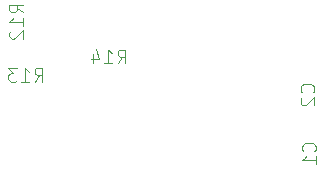
<source format=gbr>
%TF.GenerationSoftware,KiCad,Pcbnew,(6.0.7)*%
%TF.CreationDate,2022-08-30T17:29:13+02:00*%
%TF.ProjectId,bmp_entropia,626d705f-656e-4747-926f-7069612e6b69,rev?*%
%TF.SameCoordinates,Original*%
%TF.FileFunction,Legend,Bot*%
%TF.FilePolarity,Positive*%
%FSLAX46Y46*%
G04 Gerber Fmt 4.6, Leading zero omitted, Abs format (unit mm)*
G04 Created by KiCad (PCBNEW (6.0.7)) date 2022-08-30 17:29:13*
%MOMM*%
%LPD*%
G01*
G04 APERTURE LIST*
%ADD10C,0.101600*%
G04 APERTURE END LIST*
D10*
%TO.C,R13*%
X141863112Y-107294361D02*
X142252579Y-106737980D01*
X142530769Y-107294361D02*
X142530769Y-106125961D01*
X142085664Y-106125961D01*
X141974388Y-106181600D01*
X141918750Y-106237238D01*
X141863112Y-106348514D01*
X141863112Y-106515428D01*
X141918750Y-106626704D01*
X141974388Y-106682342D01*
X142085664Y-106737980D01*
X142530769Y-106737980D01*
X140750350Y-107294361D02*
X141418007Y-107294361D01*
X141084179Y-107294361D02*
X141084179Y-106125961D01*
X141195455Y-106292876D01*
X141306731Y-106404152D01*
X141418007Y-106459790D01*
X140360883Y-106125961D02*
X139637588Y-106125961D01*
X140027055Y-106571066D01*
X139860140Y-106571066D01*
X139748864Y-106626704D01*
X139693226Y-106682342D01*
X139637588Y-106793619D01*
X139637588Y-107071809D01*
X139693226Y-107183085D01*
X139748864Y-107238723D01*
X139860140Y-107294361D01*
X140193969Y-107294361D01*
X140305245Y-107238723D01*
X140360883Y-107183085D01*
%TO.C,C2*%
X165433085Y-108186887D02*
X165488723Y-108131249D01*
X165544361Y-107964335D01*
X165544361Y-107853059D01*
X165488723Y-107686144D01*
X165377447Y-107574868D01*
X165266171Y-107519230D01*
X165043619Y-107463592D01*
X164876704Y-107463592D01*
X164654152Y-107519230D01*
X164542876Y-107574868D01*
X164431600Y-107686144D01*
X164375961Y-107853059D01*
X164375961Y-107964335D01*
X164431600Y-108131249D01*
X164487238Y-108186887D01*
X164487238Y-108631992D02*
X164431600Y-108687630D01*
X164375961Y-108798906D01*
X164375961Y-109077097D01*
X164431600Y-109188373D01*
X164487238Y-109244011D01*
X164598514Y-109299649D01*
X164709790Y-109299649D01*
X164876704Y-109244011D01*
X165544361Y-108576354D01*
X165544361Y-109299649D01*
%TO.C,C1*%
X165558085Y-113186887D02*
X165613723Y-113131249D01*
X165669361Y-112964335D01*
X165669361Y-112853059D01*
X165613723Y-112686144D01*
X165502447Y-112574868D01*
X165391171Y-112519230D01*
X165168619Y-112463592D01*
X165001704Y-112463592D01*
X164779152Y-112519230D01*
X164667876Y-112574868D01*
X164556600Y-112686144D01*
X164500961Y-112853059D01*
X164500961Y-112964335D01*
X164556600Y-113131249D01*
X164612238Y-113186887D01*
X165669361Y-114299649D02*
X165669361Y-113631992D01*
X165669361Y-113965820D02*
X164500961Y-113965820D01*
X164667876Y-113854544D01*
X164779152Y-113743268D01*
X164834790Y-113631992D01*
%TO.C,R14*%
X148888112Y-105744361D02*
X149277579Y-105187980D01*
X149555769Y-105744361D02*
X149555769Y-104575961D01*
X149110664Y-104575961D01*
X148999388Y-104631600D01*
X148943750Y-104687238D01*
X148888112Y-104798514D01*
X148888112Y-104965428D01*
X148943750Y-105076704D01*
X148999388Y-105132342D01*
X149110664Y-105187980D01*
X149555769Y-105187980D01*
X147775350Y-105744361D02*
X148443007Y-105744361D01*
X148109179Y-105744361D02*
X148109179Y-104575961D01*
X148220455Y-104742876D01*
X148331731Y-104854152D01*
X148443007Y-104909790D01*
X146773864Y-104965428D02*
X146773864Y-105744361D01*
X147052055Y-104520323D02*
X147330245Y-105354895D01*
X146606950Y-105354895D01*
%TO.C,R12*%
X140894361Y-101436887D02*
X140337980Y-101047420D01*
X140894361Y-100769230D02*
X139725961Y-100769230D01*
X139725961Y-101214335D01*
X139781600Y-101325611D01*
X139837238Y-101381249D01*
X139948514Y-101436887D01*
X140115428Y-101436887D01*
X140226704Y-101381249D01*
X140282342Y-101325611D01*
X140337980Y-101214335D01*
X140337980Y-100769230D01*
X140894361Y-102549649D02*
X140894361Y-101881992D01*
X140894361Y-102215820D02*
X139725961Y-102215820D01*
X139892876Y-102104544D01*
X140004152Y-101993268D01*
X140059790Y-101881992D01*
X139837238Y-102994754D02*
X139781600Y-103050392D01*
X139725961Y-103161668D01*
X139725961Y-103439859D01*
X139781600Y-103551135D01*
X139837238Y-103606773D01*
X139948514Y-103662411D01*
X140059790Y-103662411D01*
X140226704Y-103606773D01*
X140894361Y-102939116D01*
X140894361Y-103662411D01*
%TD*%
M02*

</source>
